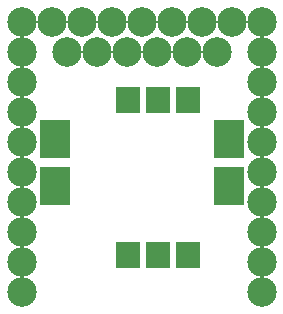
<source format=gbr>
G04 #@! TF.FileFunction,Soldermask,Bot*
%FSLAX46Y46*%
G04 Gerber Fmt 4.6, Leading zero omitted, Abs format (unit mm)*
G04 Created by KiCad (PCBNEW 4.0.6) date 09/05/17 06:11:10*
%MOMM*%
%LPD*%
G01*
G04 APERTURE LIST*
%ADD10C,0.100000*%
%ADD11C,2.500000*%
%ADD12R,2.000000X2.200000*%
%ADD13R,2.600000X3.200000*%
G04 APERTURE END LIST*
D10*
D11*
X157761000Y-67845000D03*
X155221000Y-67845000D03*
X152681000Y-67845000D03*
X150141000Y-67845000D03*
X147601000Y-67845000D03*
X145061000Y-67845000D03*
D12*
X155331000Y-71945000D03*
X152791000Y-71945000D03*
X150251000Y-71945000D03*
X155331000Y-85045000D03*
X152791000Y-85045000D03*
X150251000Y-85045000D03*
D13*
X158781000Y-75245000D03*
X158781000Y-79245000D03*
X144081000Y-79245000D03*
X144081000Y-75245000D03*
D11*
X161571000Y-67845000D03*
X161571000Y-70385000D03*
X161571000Y-72925000D03*
X161571000Y-75465000D03*
X161571000Y-78005000D03*
X161571000Y-80545000D03*
X161571000Y-83085000D03*
X161571000Y-85625000D03*
X161571000Y-88165000D03*
X161571000Y-65305000D03*
X159031000Y-65305000D03*
X156491000Y-65305000D03*
X153951000Y-65305000D03*
X151411000Y-65305000D03*
X148871000Y-65305000D03*
X146331000Y-65305000D03*
X143791000Y-65305000D03*
X141251000Y-65305000D03*
X141251000Y-67845000D03*
X141251000Y-70385000D03*
X141251000Y-72925000D03*
X141251000Y-75465000D03*
X141251000Y-78005000D03*
X141251000Y-80545000D03*
X141251000Y-83085000D03*
X141251000Y-85625000D03*
X141251000Y-88165000D03*
M02*

</source>
